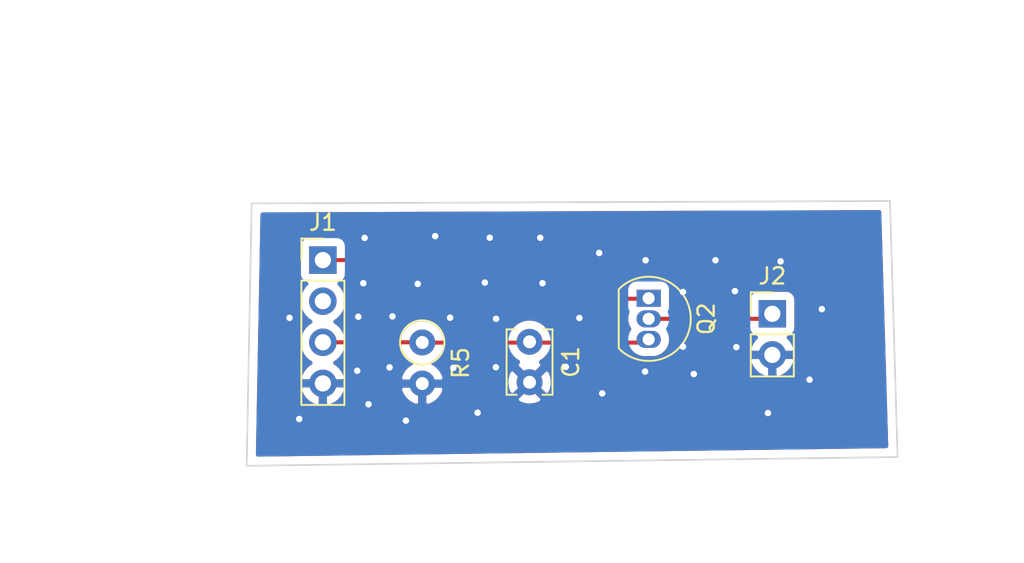
<source format=kicad_pcb>
(kicad_pcb (version 20171130) (host pcbnew 5.99.0+really5.1.10+dfsg1-1)

  (general
    (thickness 1.6)
    (drawings 4)
    (tracks 48)
    (zones 0)
    (modules 5)
    (nets 6)
  )

  (page A4)
  (layers
    (0 F.Cu signal)
    (31 B.Cu signal)
    (32 B.Adhes user)
    (33 F.Adhes user)
    (34 B.Paste user)
    (35 F.Paste user)
    (36 B.SilkS user)
    (37 F.SilkS user)
    (38 B.Mask user)
    (39 F.Mask user)
    (40 Dwgs.User user)
    (41 Cmts.User user)
    (42 Eco1.User user)
    (43 Eco2.User user)
    (44 Edge.Cuts user)
    (45 Margin user)
    (46 B.CrtYd user)
    (47 F.CrtYd user)
    (48 B.Fab user)
    (49 F.Fab user)
  )

  (setup
    (last_trace_width 0.25)
    (trace_clearance 0.2)
    (zone_clearance 0.508)
    (zone_45_only no)
    (trace_min 0.2)
    (via_size 0.8)
    (via_drill 0.4)
    (via_min_size 0.4)
    (via_min_drill 0.3)
    (uvia_size 0.3)
    (uvia_drill 0.1)
    (uvias_allowed no)
    (uvia_min_size 0.2)
    (uvia_min_drill 0.1)
    (edge_width 0.05)
    (segment_width 0.2)
    (pcb_text_width 0.3)
    (pcb_text_size 1.5 1.5)
    (mod_edge_width 0.12)
    (mod_text_size 1 1)
    (mod_text_width 0.15)
    (pad_size 1.524 1.524)
    (pad_drill 0.762)
    (pad_to_mask_clearance 0)
    (aux_axis_origin 0 0)
    (visible_elements FFFFFFFF)
    (pcbplotparams
      (layerselection 0x010f0_ffffffff)
      (usegerberextensions false)
      (usegerberattributes true)
      (usegerberadvancedattributes true)
      (creategerberjobfile true)
      (excludeedgelayer true)
      (linewidth 0.100000)
      (plotframeref false)
      (viasonmask false)
      (mode 1)
      (useauxorigin false)
      (hpglpennumber 1)
      (hpglpenspeed 20)
      (hpglpendiameter 15.000000)
      (psnegative false)
      (psa4output false)
      (plotreference true)
      (plotvalue true)
      (plotinvisibletext false)
      (padsonsilk false)
      (subtractmaskfromsilk false)
      (outputformat 1)
      (mirror false)
      (drillshape 0)
      (scaleselection 1)
      (outputdirectory "../out/"))
  )

  (net 0 "")
  (net 1 GND)
  (net 2 aout)
  (net 3 +3V3)
  (net 4 "Net-(J1-Pad2)")
  (net 5 "Net-(J2-Pad1)")

  (net_class Default "This is the default net class."
    (clearance 0.2)
    (trace_width 0.25)
    (via_dia 0.8)
    (via_drill 0.4)
    (uvia_dia 0.3)
    (uvia_drill 0.1)
    (add_net +3V3)
    (add_net GND)
    (add_net "Net-(J1-Pad2)")
    (add_net "Net-(J2-Pad1)")
    (add_net aout)
  )

  (module Connector_PinHeader_2.54mm:PinHeader_1x04_P2.54mm_Vertical (layer F.Cu) (tedit 59FED5CC) (tstamp 60C522A7)
    (at 166.91 89.68)
    (descr "Through hole straight pin header, 1x04, 2.54mm pitch, single row")
    (tags "Through hole pin header THT 1x04 2.54mm single row")
    (path /60C11B61/60C2805B)
    (fp_text reference J1 (at 0 -2.33) (layer F.SilkS)
      (effects (font (size 1 1) (thickness 0.15)))
    )
    (fp_text value Conn_01x04_Male (at 0 9.95) (layer F.Fab)
      (effects (font (size 1 1) (thickness 0.15)))
    )
    (fp_line (start 1.8 -1.8) (end -1.8 -1.8) (layer F.CrtYd) (width 0.05))
    (fp_line (start 1.8 9.4) (end 1.8 -1.8) (layer F.CrtYd) (width 0.05))
    (fp_line (start -1.8 9.4) (end 1.8 9.4) (layer F.CrtYd) (width 0.05))
    (fp_line (start -1.8 -1.8) (end -1.8 9.4) (layer F.CrtYd) (width 0.05))
    (fp_line (start -1.33 -1.33) (end 0 -1.33) (layer F.SilkS) (width 0.12))
    (fp_line (start -1.33 0) (end -1.33 -1.33) (layer F.SilkS) (width 0.12))
    (fp_line (start -1.33 1.27) (end 1.33 1.27) (layer F.SilkS) (width 0.12))
    (fp_line (start 1.33 1.27) (end 1.33 8.95) (layer F.SilkS) (width 0.12))
    (fp_line (start -1.33 1.27) (end -1.33 8.95) (layer F.SilkS) (width 0.12))
    (fp_line (start -1.33 8.95) (end 1.33 8.95) (layer F.SilkS) (width 0.12))
    (fp_line (start -1.27 -0.635) (end -0.635 -1.27) (layer F.Fab) (width 0.1))
    (fp_line (start -1.27 8.89) (end -1.27 -0.635) (layer F.Fab) (width 0.1))
    (fp_line (start 1.27 8.89) (end -1.27 8.89) (layer F.Fab) (width 0.1))
    (fp_line (start 1.27 -1.27) (end 1.27 8.89) (layer F.Fab) (width 0.1))
    (fp_line (start -0.635 -1.27) (end 1.27 -1.27) (layer F.Fab) (width 0.1))
    (fp_text user %R (at 0 3.81 90) (layer F.Fab)
      (effects (font (size 1 1) (thickness 0.15)))
    )
    (pad 4 thru_hole oval (at 0 7.62) (size 1.7 1.7) (drill 1) (layers *.Cu *.Mask)
      (net 1 GND))
    (pad 3 thru_hole oval (at 0 5.08) (size 1.7 1.7) (drill 1) (layers *.Cu *.Mask)
      (net 2 aout))
    (pad 2 thru_hole oval (at 0 2.54) (size 1.7 1.7) (drill 1) (layers *.Cu *.Mask)
      (net 4 "Net-(J1-Pad2)"))
    (pad 1 thru_hole rect (at 0 0) (size 1.7 1.7) (drill 1) (layers *.Cu *.Mask)
      (net 3 +3V3))
    (model ${KISYS3DMOD}/Connector_PinHeader_2.54mm.3dshapes/PinHeader_1x04_P2.54mm_Vertical.wrl
      (at (xyz 0 0 0))
      (scale (xyz 1 1 1))
      (rotate (xyz 0 0 0))
    )
  )

  (module Resistor_THT:R_Axial_DIN0207_L6.3mm_D2.5mm_P2.54mm_Vertical (layer F.Cu) (tedit 5AE5139B) (tstamp 60C522DE)
    (at 173.05 94.77 270)
    (descr "Resistor, Axial_DIN0207 series, Axial, Vertical, pin pitch=2.54mm, 0.25W = 1/4W, length*diameter=6.3*2.5mm^2, http://cdn-reichelt.de/documents/datenblatt/B400/1_4W%23YAG.pdf")
    (tags "Resistor Axial_DIN0207 series Axial Vertical pin pitch 2.54mm 0.25W = 1/4W length 6.3mm diameter 2.5mm")
    (path /60C11B61/60C15660)
    (fp_text reference R5 (at 1.27 -2.37 90) (layer F.SilkS)
      (effects (font (size 1 1) (thickness 0.15)))
    )
    (fp_text value R (at 1.27 2.37 90) (layer F.Fab)
      (effects (font (size 1 1) (thickness 0.15)))
    )
    (fp_line (start 3.59 -1.5) (end -1.5 -1.5) (layer F.CrtYd) (width 0.05))
    (fp_line (start 3.59 1.5) (end 3.59 -1.5) (layer F.CrtYd) (width 0.05))
    (fp_line (start -1.5 1.5) (end 3.59 1.5) (layer F.CrtYd) (width 0.05))
    (fp_line (start -1.5 -1.5) (end -1.5 1.5) (layer F.CrtYd) (width 0.05))
    (fp_line (start 1.37 0) (end 1.44 0) (layer F.SilkS) (width 0.12))
    (fp_line (start 0 0) (end 2.54 0) (layer F.Fab) (width 0.1))
    (fp_circle (center 0 0) (end 1.37 0) (layer F.SilkS) (width 0.12))
    (fp_circle (center 0 0) (end 1.25 0) (layer F.Fab) (width 0.1))
    (fp_text user %R (at 1.27 -2.37 90) (layer F.Fab)
      (effects (font (size 1 1) (thickness 0.15)))
    )
    (pad 2 thru_hole oval (at 2.54 0 270) (size 1.6 1.6) (drill 0.8) (layers *.Cu *.Mask)
      (net 1 GND))
    (pad 1 thru_hole circle (at 0 0 270) (size 1.6 1.6) (drill 0.8) (layers *.Cu *.Mask)
      (net 2 aout))
    (model ${KISYS3DMOD}/Resistor_THT.3dshapes/R_Axial_DIN0207_L6.3mm_D2.5mm_P2.54mm_Vertical.wrl
      (at (xyz 0 0 0))
      (scale (xyz 1 1 1))
      (rotate (xyz 0 0 0))
    )
  )

  (module Package_TO_SOT_THT:TO-92_Inline (layer F.Cu) (tedit 5A1DD157) (tstamp 60F3F34B)
    (at 187.04 92.04 270)
    (descr "TO-92 leads in-line, narrow, oval pads, drill 0.75mm (see NXP sot054_po.pdf)")
    (tags "to-92 sc-43 sc-43a sot54 PA33 transistor")
    (path /60C11B61/60C3BA3C)
    (fp_text reference Q2 (at 1.27 -3.56 90) (layer F.SilkS)
      (effects (font (size 1 1) (thickness 0.15)))
    )
    (fp_text value BC547 (at 1.27 2.79 90) (layer F.Fab)
      (effects (font (size 1 1) (thickness 0.15)))
    )
    (fp_line (start 4 2.01) (end -1.46 2.01) (layer F.CrtYd) (width 0.05))
    (fp_line (start 4 2.01) (end 4 -2.73) (layer F.CrtYd) (width 0.05))
    (fp_line (start -1.46 -2.73) (end -1.46 2.01) (layer F.CrtYd) (width 0.05))
    (fp_line (start -1.46 -2.73) (end 4 -2.73) (layer F.CrtYd) (width 0.05))
    (fp_line (start -0.5 1.75) (end 3 1.75) (layer F.Fab) (width 0.1))
    (fp_line (start -0.53 1.85) (end 3.07 1.85) (layer F.SilkS) (width 0.12))
    (fp_arc (start 1.27 0) (end 1.27 -2.6) (angle 135) (layer F.SilkS) (width 0.12))
    (fp_arc (start 1.27 0) (end 1.27 -2.48) (angle -135) (layer F.Fab) (width 0.1))
    (fp_arc (start 1.27 0) (end 1.27 -2.6) (angle -135) (layer F.SilkS) (width 0.12))
    (fp_arc (start 1.27 0) (end 1.27 -2.48) (angle 135) (layer F.Fab) (width 0.1))
    (fp_text user %R (at 1.27 0 90) (layer F.Fab)
      (effects (font (size 1 1) (thickness 0.15)))
    )
    (pad 1 thru_hole rect (at 0 0 270) (size 1.05 1.5) (drill 0.75) (layers *.Cu *.Mask)
      (net 3 +3V3))
    (pad 3 thru_hole oval (at 2.54 0 270) (size 1.05 1.5) (drill 0.75) (layers *.Cu *.Mask)
      (net 2 aout))
    (pad 2 thru_hole oval (at 1.27 0 270) (size 1.05 1.5) (drill 0.75) (layers *.Cu *.Mask)
      (net 5 "Net-(J2-Pad1)"))
    (model ${KISYS3DMOD}/Package_TO_SOT_THT.3dshapes/TO-92_Inline.wrl
      (at (xyz 0 0 0))
      (scale (xyz 1 1 1))
      (rotate (xyz 0 0 0))
    )
  )

  (module Connector_PinHeader_2.54mm:PinHeader_1x02_P2.54mm_Vertical (layer F.Cu) (tedit 59FED5CC) (tstamp 60C522BD)
    (at 194.68 93)
    (descr "Through hole straight pin header, 1x02, 2.54mm pitch, single row")
    (tags "Through hole pin header THT 1x02 2.54mm single row")
    (path /60C11B61/60CB004D)
    (fp_text reference J2 (at 0 -2.33) (layer F.SilkS)
      (effects (font (size 1 1) (thickness 0.15)))
    )
    (fp_text value Conn_01x02_Male (at 0 4.87) (layer F.Fab)
      (effects (font (size 1 1) (thickness 0.15)))
    )
    (fp_line (start 1.8 -1.8) (end -1.8 -1.8) (layer F.CrtYd) (width 0.05))
    (fp_line (start 1.8 4.35) (end 1.8 -1.8) (layer F.CrtYd) (width 0.05))
    (fp_line (start -1.8 4.35) (end 1.8 4.35) (layer F.CrtYd) (width 0.05))
    (fp_line (start -1.8 -1.8) (end -1.8 4.35) (layer F.CrtYd) (width 0.05))
    (fp_line (start -1.33 -1.33) (end 0 -1.33) (layer F.SilkS) (width 0.12))
    (fp_line (start -1.33 0) (end -1.33 -1.33) (layer F.SilkS) (width 0.12))
    (fp_line (start -1.33 1.27) (end 1.33 1.27) (layer F.SilkS) (width 0.12))
    (fp_line (start 1.33 1.27) (end 1.33 3.87) (layer F.SilkS) (width 0.12))
    (fp_line (start -1.33 1.27) (end -1.33 3.87) (layer F.SilkS) (width 0.12))
    (fp_line (start -1.33 3.87) (end 1.33 3.87) (layer F.SilkS) (width 0.12))
    (fp_line (start -1.27 -0.635) (end -0.635 -1.27) (layer F.Fab) (width 0.1))
    (fp_line (start -1.27 3.81) (end -1.27 -0.635) (layer F.Fab) (width 0.1))
    (fp_line (start 1.27 3.81) (end -1.27 3.81) (layer F.Fab) (width 0.1))
    (fp_line (start 1.27 -1.27) (end 1.27 3.81) (layer F.Fab) (width 0.1))
    (fp_line (start -0.635 -1.27) (end 1.27 -1.27) (layer F.Fab) (width 0.1))
    (fp_text user %R (at 0 1.27 90) (layer F.Fab)
      (effects (font (size 1 1) (thickness 0.15)))
    )
    (pad 2 thru_hole oval (at 0 2.54) (size 1.7 1.7) (drill 1) (layers *.Cu *.Mask)
      (net 1 GND))
    (pad 1 thru_hole rect (at 0 0) (size 1.7 1.7) (drill 1) (layers *.Cu *.Mask)
      (net 5 "Net-(J2-Pad1)"))
    (model ${KISYS3DMOD}/Connector_PinHeader_2.54mm.3dshapes/PinHeader_1x02_P2.54mm_Vertical.wrl
      (at (xyz 0 0 0))
      (scale (xyz 1 1 1))
      (rotate (xyz 0 0 0))
    )
  )

  (module Capacitor_THT:C_Disc_D3.8mm_W2.6mm_P2.50mm (layer F.Cu) (tedit 5AE50EF0) (tstamp 60C5228F)
    (at 179.68 94.73 270)
    (descr "C, Disc series, Radial, pin pitch=2.50mm, , diameter*width=3.8*2.6mm^2, Capacitor, http://www.vishay.com/docs/45233/krseries.pdf")
    (tags "C Disc series Radial pin pitch 2.50mm  diameter 3.8mm width 2.6mm Capacitor")
    (path /60C11B61/60C143B1)
    (fp_text reference C1 (at 1.25 -2.55 90) (layer F.SilkS)
      (effects (font (size 1 1) (thickness 0.15)))
    )
    (fp_text value C (at 1.25 2.55 90) (layer F.Fab)
      (effects (font (size 1 1) (thickness 0.15)))
    )
    (fp_line (start 3.55 -1.55) (end -1.05 -1.55) (layer F.CrtYd) (width 0.05))
    (fp_line (start 3.55 1.55) (end 3.55 -1.55) (layer F.CrtYd) (width 0.05))
    (fp_line (start -1.05 1.55) (end 3.55 1.55) (layer F.CrtYd) (width 0.05))
    (fp_line (start -1.05 -1.55) (end -1.05 1.55) (layer F.CrtYd) (width 0.05))
    (fp_line (start 3.27 0.795) (end 3.27 1.42) (layer F.SilkS) (width 0.12))
    (fp_line (start 3.27 -1.42) (end 3.27 -0.795) (layer F.SilkS) (width 0.12))
    (fp_line (start -0.77 0.795) (end -0.77 1.42) (layer F.SilkS) (width 0.12))
    (fp_line (start -0.77 -1.42) (end -0.77 -0.795) (layer F.SilkS) (width 0.12))
    (fp_line (start -0.77 1.42) (end 3.27 1.42) (layer F.SilkS) (width 0.12))
    (fp_line (start -0.77 -1.42) (end 3.27 -1.42) (layer F.SilkS) (width 0.12))
    (fp_line (start 3.15 -1.3) (end -0.65 -1.3) (layer F.Fab) (width 0.1))
    (fp_line (start 3.15 1.3) (end 3.15 -1.3) (layer F.Fab) (width 0.1))
    (fp_line (start -0.65 1.3) (end 3.15 1.3) (layer F.Fab) (width 0.1))
    (fp_line (start -0.65 -1.3) (end -0.65 1.3) (layer F.Fab) (width 0.1))
    (fp_text user %R (at 1.25 0 90) (layer F.Fab)
      (effects (font (size 0.76 0.76) (thickness 0.114)))
    )
    (pad 2 thru_hole circle (at 2.5 0 270) (size 1.6 1.6) (drill 0.8) (layers *.Cu *.Mask)
      (net 1 GND))
    (pad 1 thru_hole circle (at 0 0 270) (size 1.6 1.6) (drill 0.8) (layers *.Cu *.Mask)
      (net 2 aout))
    (model ${KISYS3DMOD}/Capacitor_THT.3dshapes/C_Disc_D3.8mm_W2.6mm_P2.50mm.wrl
      (at (xyz 0 0 0))
      (scale (xyz 1 1 1))
      (rotate (xyz 0 0 0))
    )
  )

  (gr_line (start 201.95 86.03) (end 202.42 101.85) (layer Edge.Cuts) (width 0.1))
  (gr_line (start 162.51 86.18) (end 201.95 86.03) (layer Edge.Cuts) (width 0.1))
  (gr_line (start 162.2 102.39) (end 162.51 86.18) (layer Edge.Cuts) (width 0.1))
  (gr_line (start 202.42 101.85) (end 162.2 102.39) (layer Edge.Cuts) (width 0.1))

  (via (at 169.41 91.11) (size 0.8) (drill 0.4) (layers F.Cu B.Cu) (net 1))
  (via (at 169.1 93.18) (size 0.8) (drill 0.4) (layers F.Cu B.Cu) (net 1))
  (via (at 164.85 93.25) (size 0.8) (drill 0.4) (layers F.Cu B.Cu) (net 1))
  (via (at 169.03 96.52) (size 0.8) (drill 0.4) (layers F.Cu B.Cu) (net 1))
  (via (at 171.03 96.31) (size 0.8) (drill 0.4) (layers F.Cu B.Cu) (net 1))
  (via (at 165.45 99.5) (size 0.8) (drill 0.4) (layers F.Cu B.Cu) (net 1))
  (via (at 172.04 99.6) (size 0.8) (drill 0.4) (layers F.Cu B.Cu) (net 1))
  (via (at 194.41 99.13) (size 0.8) (drill 0.4) (layers F.Cu B.Cu) (net 1))
  (via (at 196.98 97.07) (size 0.8) (drill 0.4) (layers F.Cu B.Cu) (net 1))
  (via (at 197.74 92.71) (size 0.8) (drill 0.4) (layers F.Cu B.Cu) (net 1))
  (via (at 180.34 88.3) (size 0.8) (drill 0.4) (layers F.Cu B.Cu) (net 1))
  (via (at 177.22 88.3) (size 0.8) (drill 0.4) (layers F.Cu B.Cu) (net 1))
  (via (at 169.49 88.31) (size 0.8) (drill 0.4) (layers F.Cu B.Cu) (net 1))
  (via (at 173.85 88.2) (size 0.8) (drill 0.4) (layers F.Cu B.Cu) (net 1))
  (via (at 172.77 91.15) (size 0.8) (drill 0.4) (layers F.Cu B.Cu) (net 1))
  (via (at 176.92 91.07) (size 0.8) (drill 0.4) (layers F.Cu B.Cu) (net 1))
  (via (at 180.48 91.11) (size 0.8) (drill 0.4) (layers F.Cu B.Cu) (net 1))
  (via (at 182.76 93.26) (size 0.8) (drill 0.4) (layers F.Cu B.Cu) (net 1))
  (via (at 177.61 93.31) (size 0.8) (drill 0.4) (layers F.Cu B.Cu) (net 1))
  (via (at 174.77 93.24) (size 0.8) (drill 0.4) (layers F.Cu B.Cu) (net 1))
  (via (at 171.21 93.16) (size 0.8) (drill 0.4) (layers F.Cu B.Cu) (net 1))
  (via (at 174.97 96.34) (size 0.8) (drill 0.4) (layers F.Cu B.Cu) (net 1))
  (via (at 177.6 96.3) (size 0.8) (drill 0.4) (layers F.Cu B.Cu) (net 1))
  (via (at 181.92 96.28) (size 0.8) (drill 0.4) (layers F.Cu B.Cu) (net 1))
  (via (at 186.82 96.57) (size 0.8) (drill 0.4) (layers F.Cu B.Cu) (net 1))
  (via (at 189.16 95.03) (size 0.8) (drill 0.4) (layers F.Cu B.Cu) (net 1))
  (via (at 189.16 91.65) (size 0.8) (drill 0.4) (layers F.Cu B.Cu) (net 1))
  (via (at 192.37 91.6) (size 0.8) (drill 0.4) (layers F.Cu B.Cu) (net 1))
  (via (at 192.46 95.06) (size 0.8) (drill 0.4) (layers F.Cu B.Cu) (net 1))
  (via (at 183.98 89.24) (size 0.8) (drill 0.4) (layers F.Cu B.Cu) (net 1))
  (via (at 186.85 89.69) (size 0.8) (drill 0.4) (layers F.Cu B.Cu) (net 1))
  (via (at 191.17 89.69) (size 0.8) (drill 0.4) (layers F.Cu B.Cu) (net 1))
  (via (at 195.19 89.76) (size 0.8) (drill 0.4) (layers F.Cu B.Cu) (net 1))
  (via (at 189.83 96.72) (size 0.8) (drill 0.4) (layers F.Cu B.Cu) (net 1))
  (via (at 184.17 97.92) (size 0.8) (drill 0.4) (layers F.Cu B.Cu) (net 1))
  (via (at 176.47 99.11) (size 0.8) (drill 0.4) (layers F.Cu B.Cu) (net 1))
  (via (at 169.73 98.59) (size 0.8) (drill 0.4) (layers F.Cu B.Cu) (net 1))
  (segment (start 166.91 94.76) (end 172.95 94.76) (width 0.25) (layer F.Cu) (net 2))
  (segment (start 172.95 94.76) (end 173 94.81) (width 0.25) (layer F.Cu) (net 2))
  (segment (start 173 94.81) (end 173.03 94.78) (width 0.25) (layer F.Cu) (net 2))
  (segment (start 173.03 94.78) (end 179.65 94.78) (width 0.25) (layer F.Cu) (net 2))
  (segment (start 179.65 94.78) (end 186.84 94.78) (width 0.25) (layer F.Cu) (net 2))
  (segment (start 186.84 94.78) (end 186.99 94.63) (width 0.25) (layer F.Cu) (net 2))
  (segment (start 181.296998 89.68) (end 183.686998 92.07) (width 0.25) (layer F.Cu) (net 3))
  (segment (start 166.91 89.68) (end 181.296998 89.68) (width 0.25) (layer F.Cu) (net 3))
  (segment (start 183.686998 92.07) (end 187.09 92.07) (width 0.25) (layer F.Cu) (net 3))
  (segment (start 187.04 93.31) (end 194.4 93.31) (width 0.25) (layer F.Cu) (net 5))
  (segment (start 194.4 93.31) (end 194.74 92.97) (width 0.25) (layer F.Cu) (net 5))

  (zone (net 1) (net_name GND) (layer F.Cu) (tstamp 0) (hatch edge 0.508)
    (connect_pads (clearance 0.508))
    (min_thickness 0.254)
    (fill yes (arc_segments 32) (thermal_gap 0.508) (thermal_bridge_width 0.508))
    (polygon
      (pts
        (xy 207.17 102.85) (xy 147.03 103.22) (xy 146.96 80.52) (xy 207.77 78.34)
      )
    )
    (filled_polygon
      (pts
        (xy 201.714627 101.17441) (xy 162.898405 101.695562) (xy 162.97564 97.65689) (xy 165.468524 97.65689) (xy 165.513175 97.804099)
        (xy 165.638359 98.06692) (xy 165.812412 98.300269) (xy 166.028645 98.495178) (xy 166.278748 98.644157) (xy 166.553109 98.741481)
        (xy 166.783 98.620814) (xy 166.783 97.427) (xy 167.037 97.427) (xy 167.037 98.620814) (xy 167.266891 98.741481)
        (xy 167.541252 98.644157) (xy 167.791355 98.495178) (xy 168.007588 98.300269) (xy 168.181641 98.06692) (xy 168.306825 97.804099)
        (xy 168.350823 97.65904) (xy 171.658091 97.65904) (xy 171.75293 97.923881) (xy 171.897615 98.165131) (xy 172.086586 98.373519)
        (xy 172.31258 98.541037) (xy 172.566913 98.661246) (xy 172.700961 98.701904) (xy 172.923 98.579915) (xy 172.923 97.437)
        (xy 173.177 97.437) (xy 173.177 98.579915) (xy 173.399039 98.701904) (xy 173.533087 98.661246) (xy 173.78742 98.541037)
        (xy 174.013414 98.373519) (xy 174.150178 98.222702) (xy 178.866903 98.222702) (xy 178.938486 98.466671) (xy 179.193996 98.587571)
        (xy 179.468184 98.6563) (xy 179.750512 98.670217) (xy 180.03013 98.628787) (xy 180.296292 98.533603) (xy 180.421514 98.466671)
        (xy 180.493097 98.222702) (xy 179.68 97.409605) (xy 178.866903 98.222702) (xy 174.150178 98.222702) (xy 174.202385 98.165131)
        (xy 174.34707 97.923881) (xy 174.441909 97.65904) (xy 174.320624 97.437) (xy 173.177 97.437) (xy 172.923 97.437)
        (xy 171.779376 97.437) (xy 171.658091 97.65904) (xy 168.350823 97.65904) (xy 168.351476 97.65689) (xy 168.230155 97.427)
        (xy 167.037 97.427) (xy 166.783 97.427) (xy 165.589845 97.427) (xy 165.468524 97.65689) (xy 162.97564 97.65689)
        (xy 162.982455 97.300512) (xy 178.239783 97.300512) (xy 178.281213 97.58013) (xy 178.376397 97.846292) (xy 178.443329 97.971514)
        (xy 178.687298 98.043097) (xy 179.500395 97.23) (xy 179.859605 97.23) (xy 180.672702 98.043097) (xy 180.916671 97.971514)
        (xy 181.037571 97.716004) (xy 181.1063 97.441816) (xy 181.120217 97.159488) (xy 181.078787 96.87987) (xy 180.983603 96.613708)
        (xy 180.916671 96.488486) (xy 180.672702 96.416903) (xy 179.859605 97.23) (xy 179.500395 97.23) (xy 178.687298 96.416903)
        (xy 178.443329 96.488486) (xy 178.322429 96.743996) (xy 178.2537 97.018184) (xy 178.239783 97.300512) (xy 162.982455 97.300512)
        (xy 163.144446 88.83) (xy 165.421928 88.83) (xy 165.421928 90.53) (xy 165.434188 90.654482) (xy 165.470498 90.77418)
        (xy 165.529463 90.884494) (xy 165.608815 90.981185) (xy 165.705506 91.060537) (xy 165.81582 91.119502) (xy 165.88838 91.141513)
        (xy 165.756525 91.273368) (xy 165.59401 91.516589) (xy 165.482068 91.786842) (xy 165.425 92.07374) (xy 165.425 92.36626)
        (xy 165.482068 92.653158) (xy 165.59401 92.923411) (xy 165.756525 93.166632) (xy 165.963368 93.373475) (xy 166.13776 93.49)
        (xy 165.963368 93.606525) (xy 165.756525 93.813368) (xy 165.59401 94.056589) (xy 165.482068 94.326842) (xy 165.425 94.61374)
        (xy 165.425 94.90626) (xy 165.482068 95.193158) (xy 165.59401 95.463411) (xy 165.756525 95.706632) (xy 165.963368 95.913475)
        (xy 166.145534 96.035195) (xy 166.028645 96.104822) (xy 165.812412 96.299731) (xy 165.638359 96.53308) (xy 165.513175 96.795901)
        (xy 165.468524 96.94311) (xy 165.589845 97.173) (xy 166.783 97.173) (xy 166.783 97.153) (xy 167.037 97.153)
        (xy 167.037 97.173) (xy 168.230155 97.173) (xy 168.351476 96.94311) (xy 168.306825 96.795901) (xy 168.181641 96.53308)
        (xy 168.007588 96.299731) (xy 167.791355 96.104822) (xy 167.674466 96.035195) (xy 167.856632 95.913475) (xy 168.063475 95.706632)
        (xy 168.188178 95.52) (xy 171.825275 95.52) (xy 171.935363 95.684759) (xy 172.135241 95.884637) (xy 172.370273 96.04168)
        (xy 172.381565 96.046357) (xy 172.31258 96.078963) (xy 172.086586 96.246481) (xy 171.897615 96.454869) (xy 171.75293 96.696119)
        (xy 171.658091 96.96096) (xy 171.779376 97.183) (xy 172.923 97.183) (xy 172.923 97.163) (xy 173.177 97.163)
        (xy 173.177 97.183) (xy 174.320624 97.183) (xy 174.441909 96.96096) (xy 174.34707 96.696119) (xy 174.202385 96.454869)
        (xy 174.013414 96.246481) (xy 173.78742 96.078963) (xy 173.718435 96.046357) (xy 173.729727 96.04168) (xy 173.964759 95.884637)
        (xy 174.164637 95.684759) (xy 174.261362 95.54) (xy 178.495365 95.54) (xy 178.565363 95.644759) (xy 178.765241 95.844637)
        (xy 178.965869 95.978692) (xy 178.938486 95.993329) (xy 178.866903 96.237298) (xy 179.68 97.050395) (xy 180.493097 96.237298)
        (xy 180.421514 95.993329) (xy 180.392659 95.979676) (xy 180.516556 95.89689) (xy 193.238524 95.89689) (xy 193.283175 96.044099)
        (xy 193.408359 96.30692) (xy 193.582412 96.540269) (xy 193.798645 96.735178) (xy 194.048748 96.884157) (xy 194.323109 96.981481)
        (xy 194.553 96.860814) (xy 194.553 95.667) (xy 194.807 95.667) (xy 194.807 96.860814) (xy 195.036891 96.981481)
        (xy 195.311252 96.884157) (xy 195.561355 96.735178) (xy 195.777588 96.540269) (xy 195.951641 96.30692) (xy 196.076825 96.044099)
        (xy 196.121476 95.89689) (xy 196.000155 95.667) (xy 194.807 95.667) (xy 194.553 95.667) (xy 193.359845 95.667)
        (xy 193.238524 95.89689) (xy 180.516556 95.89689) (xy 180.594759 95.844637) (xy 180.794637 95.644759) (xy 180.864635 95.54)
        (xy 186.156246 95.54) (xy 186.167421 95.549171) (xy 186.36894 95.656885) (xy 186.5876 95.723215) (xy 186.758021 95.74)
        (xy 187.321979 95.74) (xy 187.4924 95.723215) (xy 187.71106 95.656885) (xy 187.912579 95.549171) (xy 188.089212 95.404212)
        (xy 188.234171 95.227579) (xy 188.341885 95.02606) (xy 188.408215 94.8074) (xy 188.430612 94.58) (xy 188.408215 94.3526)
        (xy 188.341885 94.13394) (xy 188.307708 94.07) (xy 193.233163 94.07) (xy 193.240498 94.09418) (xy 193.299463 94.204494)
        (xy 193.378815 94.301185) (xy 193.475506 94.380537) (xy 193.58582 94.439502) (xy 193.666466 94.463966) (xy 193.582412 94.539731)
        (xy 193.408359 94.77308) (xy 193.283175 95.035901) (xy 193.238524 95.18311) (xy 193.359845 95.413) (xy 194.553 95.413)
        (xy 194.553 95.393) (xy 194.807 95.393) (xy 194.807 95.413) (xy 196.000155 95.413) (xy 196.121476 95.18311)
        (xy 196.076825 95.035901) (xy 195.951641 94.77308) (xy 195.777588 94.539731) (xy 195.693534 94.463966) (xy 195.77418 94.439502)
        (xy 195.884494 94.380537) (xy 195.981185 94.301185) (xy 196.060537 94.204494) (xy 196.119502 94.09418) (xy 196.155812 93.974482)
        (xy 196.168072 93.85) (xy 196.168072 92.15) (xy 196.155812 92.025518) (xy 196.119502 91.90582) (xy 196.060537 91.795506)
        (xy 195.981185 91.698815) (xy 195.884494 91.619463) (xy 195.77418 91.560498) (xy 195.654482 91.524188) (xy 195.53 91.511928)
        (xy 193.83 91.511928) (xy 193.705518 91.524188) (xy 193.58582 91.560498) (xy 193.475506 91.619463) (xy 193.378815 91.698815)
        (xy 193.299463 91.795506) (xy 193.240498 91.90582) (xy 193.204188 92.025518) (xy 193.191928 92.15) (xy 193.191928 92.55)
        (xy 188.428072 92.55) (xy 188.428072 91.515) (xy 188.415812 91.390518) (xy 188.379502 91.27082) (xy 188.320537 91.160506)
        (xy 188.241185 91.063815) (xy 188.144494 90.984463) (xy 188.03418 90.925498) (xy 187.914482 90.889188) (xy 187.79 90.876928)
        (xy 186.29 90.876928) (xy 186.165518 90.889188) (xy 186.04582 90.925498) (xy 185.935506 90.984463) (xy 185.838815 91.063815)
        (xy 185.759463 91.160506) (xy 185.700498 91.27082) (xy 185.688613 91.31) (xy 184.001801 91.31) (xy 181.860802 89.169003)
        (xy 181.836999 89.139999) (xy 181.721274 89.045026) (xy 181.589245 88.974454) (xy 181.445984 88.930997) (xy 181.334331 88.92)
        (xy 181.33432 88.92) (xy 181.296998 88.916324) (xy 181.259676 88.92) (xy 168.398072 88.92) (xy 168.398072 88.83)
        (xy 168.385812 88.705518) (xy 168.349502 88.58582) (xy 168.290537 88.475506) (xy 168.211185 88.378815) (xy 168.114494 88.299463)
        (xy 168.00418 88.240498) (xy 167.884482 88.204188) (xy 167.76 88.191928) (xy 166.06 88.191928) (xy 165.935518 88.204188)
        (xy 165.81582 88.240498) (xy 165.705506 88.299463) (xy 165.608815 88.378815) (xy 165.529463 88.475506) (xy 165.470498 88.58582)
        (xy 165.434188 88.705518) (xy 165.421928 88.83) (xy 163.144446 88.83) (xy 163.182074 86.862449) (xy 201.285124 86.717534)
      )
    )
    (filled_polygon
      (pts
        (xy 183.123203 92.581008) (xy 183.146997 92.610001) (xy 183.17599 92.633795) (xy 183.175994 92.633799) (xy 183.210871 92.662421)
        (xy 183.262722 92.704974) (xy 183.394751 92.775546) (xy 183.538012 92.819003) (xy 183.649665 92.83) (xy 183.649674 92.83)
        (xy 183.686997 92.833676) (xy 183.72432 92.83) (xy 185.711627 92.83) (xy 185.735093 92.873902) (xy 185.671785 93.0826)
        (xy 185.649388 93.31) (xy 185.671785 93.5374) (xy 185.738115 93.75606) (xy 185.839105 93.945) (xy 185.799017 94.02)
        (xy 180.931452 94.02) (xy 180.794637 93.815241) (xy 180.594759 93.615363) (xy 180.359727 93.45832) (xy 180.098574 93.350147)
        (xy 179.821335 93.295) (xy 179.538665 93.295) (xy 179.261426 93.350147) (xy 179.000273 93.45832) (xy 178.765241 93.615363)
        (xy 178.565363 93.815241) (xy 178.428548 94.02) (xy 174.274725 94.02) (xy 174.164637 93.855241) (xy 173.964759 93.655363)
        (xy 173.729727 93.49832) (xy 173.468574 93.390147) (xy 173.191335 93.335) (xy 172.908665 93.335) (xy 172.631426 93.390147)
        (xy 172.370273 93.49832) (xy 172.135241 93.655363) (xy 171.935363 93.855241) (xy 171.838638 94) (xy 168.188178 94)
        (xy 168.063475 93.813368) (xy 167.856632 93.606525) (xy 167.68224 93.49) (xy 167.856632 93.373475) (xy 168.063475 93.166632)
        (xy 168.22599 92.923411) (xy 168.337932 92.653158) (xy 168.395 92.36626) (xy 168.395 92.07374) (xy 168.337932 91.786842)
        (xy 168.22599 91.516589) (xy 168.063475 91.273368) (xy 167.93162 91.141513) (xy 168.00418 91.119502) (xy 168.114494 91.060537)
        (xy 168.211185 90.981185) (xy 168.290537 90.884494) (xy 168.349502 90.77418) (xy 168.385812 90.654482) (xy 168.398072 90.53)
        (xy 168.398072 90.44) (xy 180.982197 90.44)
      )
    )
  )
  (zone (net 1) (net_name GND) (layer B.Cu) (tstamp 0) (hatch edge 0.508)
    (connect_pads (clearance 0.508))
    (min_thickness 0.254)
    (fill yes (arc_segments 32) (thermal_gap 0.508) (thermal_bridge_width 0.508))
    (polygon
      (pts
        (xy 210.25 108.41) (xy 151.7 107.96) (xy 152.15 74.73) (xy 209.13 73.61)
      )
    )
    (filled_polygon
      (pts
        (xy 201.714627 101.17441) (xy 162.898405 101.695562) (xy 162.97564 97.65689) (xy 165.468524 97.65689) (xy 165.513175 97.804099)
        (xy 165.638359 98.06692) (xy 165.812412 98.300269) (xy 166.028645 98.495178) (xy 166.278748 98.644157) (xy 166.553109 98.741481)
        (xy 166.783 98.620814) (xy 166.783 97.427) (xy 167.037 97.427) (xy 167.037 98.620814) (xy 167.266891 98.741481)
        (xy 167.541252 98.644157) (xy 167.791355 98.495178) (xy 168.007588 98.300269) (xy 168.181641 98.06692) (xy 168.306825 97.804099)
        (xy 168.350823 97.65904) (xy 171.658091 97.65904) (xy 171.75293 97.923881) (xy 171.897615 98.165131) (xy 172.086586 98.373519)
        (xy 172.31258 98.541037) (xy 172.566913 98.661246) (xy 172.700961 98.701904) (xy 172.923 98.579915) (xy 172.923 97.437)
        (xy 173.177 97.437) (xy 173.177 98.579915) (xy 173.399039 98.701904) (xy 173.533087 98.661246) (xy 173.78742 98.541037)
        (xy 174.013414 98.373519) (xy 174.150178 98.222702) (xy 178.866903 98.222702) (xy 178.938486 98.466671) (xy 179.193996 98.587571)
        (xy 179.468184 98.6563) (xy 179.750512 98.670217) (xy 180.03013 98.628787) (xy 180.296292 98.533603) (xy 180.421514 98.466671)
        (xy 180.493097 98.222702) (xy 179.68 97.409605) (xy 178.866903 98.222702) (xy 174.150178 98.222702) (xy 174.202385 98.165131)
        (xy 174.34707 97.923881) (xy 174.441909 97.65904) (xy 174.320624 97.437) (xy 173.177 97.437) (xy 172.923 97.437)
        (xy 171.779376 97.437) (xy 171.658091 97.65904) (xy 168.350823 97.65904) (xy 168.351476 97.65689) (xy 168.230155 97.427)
        (xy 167.037 97.427) (xy 166.783 97.427) (xy 165.589845 97.427) (xy 165.468524 97.65689) (xy 162.97564 97.65689)
        (xy 162.982455 97.300512) (xy 178.239783 97.300512) (xy 178.281213 97.58013) (xy 178.376397 97.846292) (xy 178.443329 97.971514)
        (xy 178.687298 98.043097) (xy 179.500395 97.23) (xy 179.859605 97.23) (xy 180.672702 98.043097) (xy 180.916671 97.971514)
        (xy 181.037571 97.716004) (xy 181.1063 97.441816) (xy 181.120217 97.159488) (xy 181.078787 96.87987) (xy 180.983603 96.613708)
        (xy 180.916671 96.488486) (xy 180.672702 96.416903) (xy 179.859605 97.23) (xy 179.500395 97.23) (xy 178.687298 96.416903)
        (xy 178.443329 96.488486) (xy 178.322429 96.743996) (xy 178.2537 97.018184) (xy 178.239783 97.300512) (xy 162.982455 97.300512)
        (xy 163.144446 88.83) (xy 165.421928 88.83) (xy 165.421928 90.53) (xy 165.434188 90.654482) (xy 165.470498 90.77418)
        (xy 165.529463 90.884494) (xy 165.608815 90.981185) (xy 165.705506 91.060537) (xy 165.81582 91.119502) (xy 165.88838 91.141513)
        (xy 165.756525 91.273368) (xy 165.59401 91.516589) (xy 165.482068 91.786842) (xy 165.425 92.07374) (xy 165.425 92.36626)
        (xy 165.482068 92.653158) (xy 165.59401 92.923411) (xy 165.756525 93.166632) (xy 165.963368 93.373475) (xy 166.13776 93.49)
        (xy 165.963368 93.606525) (xy 165.756525 93.813368) (xy 165.59401 94.056589) (xy 165.482068 94.326842) (xy 165.425 94.61374)
        (xy 165.425 94.90626) (xy 165.482068 95.193158) (xy 165.59401 95.463411) (xy 165.756525 95.706632) (xy 165.963368 95.913475)
        (xy 166.145534 96.035195) (xy 166.028645 96.104822) (xy 165.812412 96.299731) (xy 165.638359 96.53308) (xy 165.513175 96.795901)
        (xy 165.468524 96.94311) (xy 165.589845 97.173) (xy 166.783 97.173) (xy 166.783 97.153) (xy 167.037 97.153)
        (xy 167.037 97.173) (xy 168.230155 97.173) (xy 168.351476 96.94311) (xy 168.306825 96.795901) (xy 168.181641 96.53308)
        (xy 168.007588 96.299731) (xy 167.791355 96.104822) (xy 167.674466 96.035195) (xy 167.856632 95.913475) (xy 168.063475 95.706632)
        (xy 168.22599 95.463411) (xy 168.337932 95.193158) (xy 168.395 94.90626) (xy 168.395 94.628665) (xy 171.615 94.628665)
        (xy 171.615 94.911335) (xy 171.670147 95.188574) (xy 171.77832 95.449727) (xy 171.935363 95.684759) (xy 172.135241 95.884637)
        (xy 172.370273 96.04168) (xy 172.381565 96.046357) (xy 172.31258 96.078963) (xy 172.086586 96.246481) (xy 171.897615 96.454869)
        (xy 171.75293 96.696119) (xy 171.658091 96.96096) (xy 171.779376 97.183) (xy 172.923 97.183) (xy 172.923 97.163)
        (xy 173.177 97.163) (xy 173.177 97.183) (xy 174.320624 97.183) (xy 174.441909 96.96096) (xy 174.34707 96.696119)
        (xy 174.202385 96.454869) (xy 174.013414 96.246481) (xy 173.78742 96.078963) (xy 173.718435 96.046357) (xy 173.729727 96.04168)
        (xy 173.964759 95.884637) (xy 174.164637 95.684759) (xy 174.32168 95.449727) (xy 174.429853 95.188574) (xy 174.485 94.911335)
        (xy 174.485 94.628665) (xy 174.477044 94.588665) (xy 178.245 94.588665) (xy 178.245 94.871335) (xy 178.300147 95.148574)
        (xy 178.40832 95.409727) (xy 178.565363 95.644759) (xy 178.765241 95.844637) (xy 178.965869 95.978692) (xy 178.938486 95.993329)
        (xy 178.866903 96.237298) (xy 179.68 97.050395) (xy 180.493097 96.237298) (xy 180.421514 95.993329) (xy 180.392659 95.979676)
        (xy 180.516556 95.89689) (xy 193.238524 95.89689) (xy 193.283175 96.044099) (xy 193.408359 96.30692) (xy 193.582412 96.540269)
        (xy 193.798645 96.735178) (xy 194.048748 96.884157) (xy 194.323109 96.981481) (xy 194.553 96.860814) (xy 194.553 95.667)
        (xy 194.807 95.667) (xy 194.807 96.860814) (xy 195.036891 96.981481) (xy 195.311252 96.884157) (xy 195.561355 96.735178)
        (xy 195.777588 96.540269) (xy 195.951641 96.30692) (xy 196.076825 96.044099) (xy 196.121476 95.89689) (xy 196.000155 95.667)
        (xy 194.807 95.667) (xy 194.553 95.667) (xy 193.359845 95.667) (xy 193.238524 95.89689) (xy 180.516556 95.89689)
        (xy 180.594759 95.844637) (xy 180.794637 95.644759) (xy 180.95168 95.409727) (xy 181.059853 95.148574) (xy 181.115 94.871335)
        (xy 181.115 94.588665) (xy 181.059853 94.311426) (xy 180.95168 94.050273) (xy 180.794637 93.815241) (xy 180.594759 93.615363)
        (xy 180.359727 93.45832) (xy 180.098574 93.350147) (xy 179.896745 93.31) (xy 185.649388 93.31) (xy 185.671785 93.5374)
        (xy 185.738115 93.75606) (xy 185.839105 93.945) (xy 185.738115 94.13394) (xy 185.671785 94.3526) (xy 185.649388 94.58)
        (xy 185.671785 94.8074) (xy 185.738115 95.02606) (xy 185.845829 95.227579) (xy 185.990788 95.404212) (xy 186.167421 95.549171)
        (xy 186.36894 95.656885) (xy 186.5876 95.723215) (xy 186.758021 95.74) (xy 187.321979 95.74) (xy 187.4924 95.723215)
        (xy 187.71106 95.656885) (xy 187.912579 95.549171) (xy 188.089212 95.404212) (xy 188.234171 95.227579) (xy 188.341885 95.02606)
        (xy 188.408215 94.8074) (xy 188.430612 94.58) (xy 188.408215 94.3526) (xy 188.341885 94.13394) (xy 188.240895 93.945)
        (xy 188.341885 93.75606) (xy 188.408215 93.5374) (xy 188.430612 93.31) (xy 188.408215 93.0826) (xy 188.344907 92.873902)
        (xy 188.379502 92.80918) (xy 188.415812 92.689482) (xy 188.428072 92.565) (xy 188.428072 92.15) (xy 193.191928 92.15)
        (xy 193.191928 93.85) (xy 193.204188 93.974482) (xy 193.240498 94.09418) (xy 193.299463 94.204494) (xy 193.378815 94.301185)
        (xy 193.475506 94.380537) (xy 193.58582 94.439502) (xy 193.666466 94.463966) (xy 193.582412 94.539731) (xy 193.408359 94.77308)
        (xy 193.283175 95.035901) (xy 193.238524 95.18311) (xy 193.359845 95.413) (xy 194.553 95.413) (xy 194.553 95.393)
        (xy 194.807 95.393) (xy 194.807 95.413) (xy 196.000155 95.413) (xy 196.121476 95.18311) (xy 196.076825 95.035901)
        (xy 195.951641 94.77308) (xy 195.777588 94.539731) (xy 195.693534 94.463966) (xy 195.77418 94.439502) (xy 195.884494 94.380537)
        (xy 195.981185 94.301185) (xy 196.060537 94.204494) (xy 196.119502 94.09418) (xy 196.155812 93.974482) (xy 196.168072 93.85)
        (xy 196.168072 92.15) (xy 196.155812 92.025518) (xy 196.119502 91.90582) (xy 196.060537 91.795506) (xy 195.981185 91.698815)
        (xy 195.884494 91.619463) (xy 195.77418 91.560498) (xy 195.654482 91.524188) (xy 195.53 91.511928) (xy 193.83 91.511928)
        (xy 193.705518 91.524188) (xy 193.58582 91.560498) (xy 193.475506 91.619463) (xy 193.378815 91.698815) (xy 193.299463 91.795506)
        (xy 193.240498 91.90582) (xy 193.204188 92.025518) (xy 193.191928 92.15) (xy 188.428072 92.15) (xy 188.428072 91.515)
        (xy 188.415812 91.390518) (xy 188.379502 91.27082) (xy 188.320537 91.160506) (xy 188.241185 91.063815) (xy 188.144494 90.984463)
        (xy 188.03418 90.925498) (xy 187.914482 90.889188) (xy 187.79 90.876928) (xy 186.29 90.876928) (xy 186.165518 90.889188)
        (xy 186.04582 90.925498) (xy 185.935506 90.984463) (xy 185.838815 91.063815) (xy 185.759463 91.160506) (xy 185.700498 91.27082)
        (xy 185.664188 91.390518) (xy 185.651928 91.515) (xy 185.651928 92.565) (xy 185.664188 92.689482) (xy 185.700498 92.80918)
        (xy 185.735093 92.873902) (xy 185.671785 93.0826) (xy 185.649388 93.31) (xy 179.896745 93.31) (xy 179.821335 93.295)
        (xy 179.538665 93.295) (xy 179.261426 93.350147) (xy 179.000273 93.45832) (xy 178.765241 93.615363) (xy 178.565363 93.815241)
        (xy 178.40832 94.050273) (xy 178.300147 94.311426) (xy 178.245 94.588665) (xy 174.477044 94.588665) (xy 174.429853 94.351426)
        (xy 174.32168 94.090273) (xy 174.164637 93.855241) (xy 173.964759 93.655363) (xy 173.729727 93.49832) (xy 173.468574 93.390147)
        (xy 173.191335 93.335) (xy 172.908665 93.335) (xy 172.631426 93.390147) (xy 172.370273 93.49832) (xy 172.135241 93.655363)
        (xy 171.935363 93.855241) (xy 171.77832 94.090273) (xy 171.670147 94.351426) (xy 171.615 94.628665) (xy 168.395 94.628665)
        (xy 168.395 94.61374) (xy 168.337932 94.326842) (xy 168.22599 94.056589) (xy 168.063475 93.813368) (xy 167.856632 93.606525)
        (xy 167.68224 93.49) (xy 167.856632 93.373475) (xy 168.063475 93.166632) (xy 168.22599 92.923411) (xy 168.337932 92.653158)
        (xy 168.395 92.36626) (xy 168.395 92.07374) (xy 168.337932 91.786842) (xy 168.22599 91.516589) (xy 168.063475 91.273368)
        (xy 167.93162 91.141513) (xy 168.00418 91.119502) (xy 168.114494 91.060537) (xy 168.211185 90.981185) (xy 168.290537 90.884494)
        (xy 168.349502 90.77418) (xy 168.385812 90.654482) (xy 168.398072 90.53) (xy 168.398072 88.83) (xy 168.385812 88.705518)
        (xy 168.349502 88.58582) (xy 168.290537 88.475506) (xy 168.211185 88.378815) (xy 168.114494 88.299463) (xy 168.00418 88.240498)
        (xy 167.884482 88.204188) (xy 167.76 88.191928) (xy 166.06 88.191928) (xy 165.935518 88.204188) (xy 165.81582 88.240498)
        (xy 165.705506 88.299463) (xy 165.608815 88.378815) (xy 165.529463 88.475506) (xy 165.470498 88.58582) (xy 165.434188 88.705518)
        (xy 165.421928 88.83) (xy 163.144446 88.83) (xy 163.182074 86.862449) (xy 201.285124 86.717534)
      )
    )
  )
)

</source>
